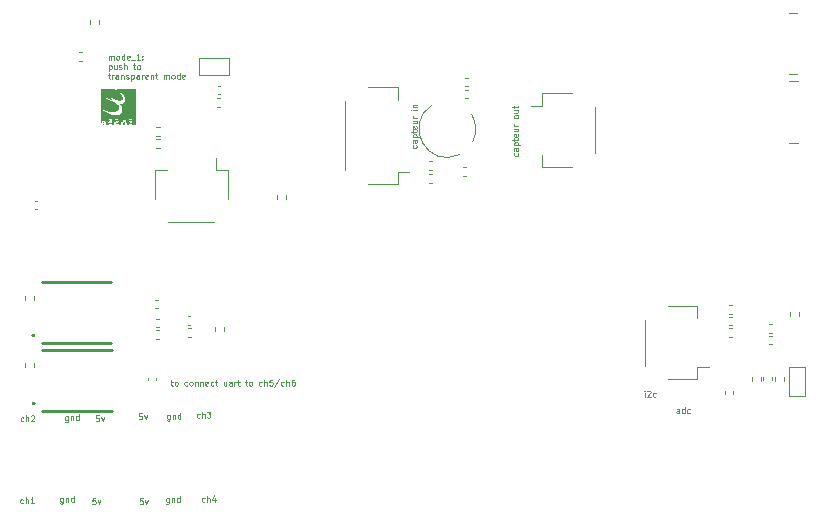
<source format=gbr>
%TF.GenerationSoftware,KiCad,Pcbnew,8.0.5*%
%TF.CreationDate,2024-10-23T07:35:36+02:00*%
%TF.ProjectId,Carte sensors,43617274-6520-4736-956e-736f72732e6b,rev?*%
%TF.SameCoordinates,Original*%
%TF.FileFunction,Legend,Bot*%
%TF.FilePolarity,Positive*%
%FSLAX46Y46*%
G04 Gerber Fmt 4.6, Leading zero omitted, Abs format (unit mm)*
G04 Created by KiCad (PCBNEW 8.0.5) date 2024-10-23 07:35:36*
%MOMM*%
%LPD*%
G01*
G04 APERTURE LIST*
%ADD10C,0.100000*%
%ADD11C,0.120000*%
%ADD12C,0.000000*%
%ADD13C,0.254000*%
G04 APERTURE END LIST*
D10*
X205279122Y-129253609D02*
X205279122Y-128991704D01*
X205279122Y-128991704D02*
X205255312Y-128944085D01*
X205255312Y-128944085D02*
X205207693Y-128920276D01*
X205207693Y-128920276D02*
X205112455Y-128920276D01*
X205112455Y-128920276D02*
X205064836Y-128944085D01*
X205279122Y-129229800D02*
X205231503Y-129253609D01*
X205231503Y-129253609D02*
X205112455Y-129253609D01*
X205112455Y-129253609D02*
X205064836Y-129229800D01*
X205064836Y-129229800D02*
X205041027Y-129182180D01*
X205041027Y-129182180D02*
X205041027Y-129134561D01*
X205041027Y-129134561D02*
X205064836Y-129086942D01*
X205064836Y-129086942D02*
X205112455Y-129063133D01*
X205112455Y-129063133D02*
X205231503Y-129063133D01*
X205231503Y-129063133D02*
X205279122Y-129039323D01*
X205731503Y-129253609D02*
X205731503Y-128753609D01*
X205731503Y-129229800D02*
X205683884Y-129253609D01*
X205683884Y-129253609D02*
X205588646Y-129253609D01*
X205588646Y-129253609D02*
X205541027Y-129229800D01*
X205541027Y-129229800D02*
X205517217Y-129205990D01*
X205517217Y-129205990D02*
X205493408Y-129158371D01*
X205493408Y-129158371D02*
X205493408Y-129015514D01*
X205493408Y-129015514D02*
X205517217Y-128967895D01*
X205517217Y-128967895D02*
X205541027Y-128944085D01*
X205541027Y-128944085D02*
X205588646Y-128920276D01*
X205588646Y-128920276D02*
X205683884Y-128920276D01*
X205683884Y-128920276D02*
X205731503Y-128944085D01*
X206183884Y-129229800D02*
X206136265Y-129253609D01*
X206136265Y-129253609D02*
X206041027Y-129253609D01*
X206041027Y-129253609D02*
X205993408Y-129229800D01*
X205993408Y-129229800D02*
X205969598Y-129205990D01*
X205969598Y-129205990D02*
X205945789Y-129158371D01*
X205945789Y-129158371D02*
X205945789Y-129015514D01*
X205945789Y-129015514D02*
X205969598Y-128967895D01*
X205969598Y-128967895D02*
X205993408Y-128944085D01*
X205993408Y-128944085D02*
X206041027Y-128920276D01*
X206041027Y-128920276D02*
X206136265Y-128920276D01*
X206136265Y-128920276D02*
X206183884Y-128944085D01*
X156162931Y-129433609D02*
X155924836Y-129433609D01*
X155924836Y-129433609D02*
X155901027Y-129671704D01*
X155901027Y-129671704D02*
X155924836Y-129647895D01*
X155924836Y-129647895D02*
X155972455Y-129624085D01*
X155972455Y-129624085D02*
X156091503Y-129624085D01*
X156091503Y-129624085D02*
X156139122Y-129647895D01*
X156139122Y-129647895D02*
X156162931Y-129671704D01*
X156162931Y-129671704D02*
X156186741Y-129719323D01*
X156186741Y-129719323D02*
X156186741Y-129838371D01*
X156186741Y-129838371D02*
X156162931Y-129885990D01*
X156162931Y-129885990D02*
X156139122Y-129909800D01*
X156139122Y-129909800D02*
X156091503Y-129933609D01*
X156091503Y-129933609D02*
X155972455Y-129933609D01*
X155972455Y-129933609D02*
X155924836Y-129909800D01*
X155924836Y-129909800D02*
X155901027Y-129885990D01*
X156353407Y-129600276D02*
X156472455Y-129933609D01*
X156472455Y-129933609D02*
X156591502Y-129600276D01*
X162213408Y-126580276D02*
X162403884Y-126580276D01*
X162284836Y-126413609D02*
X162284836Y-126842180D01*
X162284836Y-126842180D02*
X162308646Y-126889800D01*
X162308646Y-126889800D02*
X162356265Y-126913609D01*
X162356265Y-126913609D02*
X162403884Y-126913609D01*
X162641979Y-126913609D02*
X162594360Y-126889800D01*
X162594360Y-126889800D02*
X162570550Y-126865990D01*
X162570550Y-126865990D02*
X162546741Y-126818371D01*
X162546741Y-126818371D02*
X162546741Y-126675514D01*
X162546741Y-126675514D02*
X162570550Y-126627895D01*
X162570550Y-126627895D02*
X162594360Y-126604085D01*
X162594360Y-126604085D02*
X162641979Y-126580276D01*
X162641979Y-126580276D02*
X162713407Y-126580276D01*
X162713407Y-126580276D02*
X162761026Y-126604085D01*
X162761026Y-126604085D02*
X162784836Y-126627895D01*
X162784836Y-126627895D02*
X162808645Y-126675514D01*
X162808645Y-126675514D02*
X162808645Y-126818371D01*
X162808645Y-126818371D02*
X162784836Y-126865990D01*
X162784836Y-126865990D02*
X162761026Y-126889800D01*
X162761026Y-126889800D02*
X162713407Y-126913609D01*
X162713407Y-126913609D02*
X162641979Y-126913609D01*
X163618169Y-126889800D02*
X163570550Y-126913609D01*
X163570550Y-126913609D02*
X163475312Y-126913609D01*
X163475312Y-126913609D02*
X163427693Y-126889800D01*
X163427693Y-126889800D02*
X163403883Y-126865990D01*
X163403883Y-126865990D02*
X163380074Y-126818371D01*
X163380074Y-126818371D02*
X163380074Y-126675514D01*
X163380074Y-126675514D02*
X163403883Y-126627895D01*
X163403883Y-126627895D02*
X163427693Y-126604085D01*
X163427693Y-126604085D02*
X163475312Y-126580276D01*
X163475312Y-126580276D02*
X163570550Y-126580276D01*
X163570550Y-126580276D02*
X163618169Y-126604085D01*
X163903883Y-126913609D02*
X163856264Y-126889800D01*
X163856264Y-126889800D02*
X163832454Y-126865990D01*
X163832454Y-126865990D02*
X163808645Y-126818371D01*
X163808645Y-126818371D02*
X163808645Y-126675514D01*
X163808645Y-126675514D02*
X163832454Y-126627895D01*
X163832454Y-126627895D02*
X163856264Y-126604085D01*
X163856264Y-126604085D02*
X163903883Y-126580276D01*
X163903883Y-126580276D02*
X163975311Y-126580276D01*
X163975311Y-126580276D02*
X164022930Y-126604085D01*
X164022930Y-126604085D02*
X164046740Y-126627895D01*
X164046740Y-126627895D02*
X164070549Y-126675514D01*
X164070549Y-126675514D02*
X164070549Y-126818371D01*
X164070549Y-126818371D02*
X164046740Y-126865990D01*
X164046740Y-126865990D02*
X164022930Y-126889800D01*
X164022930Y-126889800D02*
X163975311Y-126913609D01*
X163975311Y-126913609D02*
X163903883Y-126913609D01*
X164284835Y-126580276D02*
X164284835Y-126913609D01*
X164284835Y-126627895D02*
X164308645Y-126604085D01*
X164308645Y-126604085D02*
X164356264Y-126580276D01*
X164356264Y-126580276D02*
X164427692Y-126580276D01*
X164427692Y-126580276D02*
X164475311Y-126604085D01*
X164475311Y-126604085D02*
X164499121Y-126651704D01*
X164499121Y-126651704D02*
X164499121Y-126913609D01*
X164737216Y-126580276D02*
X164737216Y-126913609D01*
X164737216Y-126627895D02*
X164761026Y-126604085D01*
X164761026Y-126604085D02*
X164808645Y-126580276D01*
X164808645Y-126580276D02*
X164880073Y-126580276D01*
X164880073Y-126580276D02*
X164927692Y-126604085D01*
X164927692Y-126604085D02*
X164951502Y-126651704D01*
X164951502Y-126651704D02*
X164951502Y-126913609D01*
X165380073Y-126889800D02*
X165332454Y-126913609D01*
X165332454Y-126913609D02*
X165237216Y-126913609D01*
X165237216Y-126913609D02*
X165189597Y-126889800D01*
X165189597Y-126889800D02*
X165165788Y-126842180D01*
X165165788Y-126842180D02*
X165165788Y-126651704D01*
X165165788Y-126651704D02*
X165189597Y-126604085D01*
X165189597Y-126604085D02*
X165237216Y-126580276D01*
X165237216Y-126580276D02*
X165332454Y-126580276D01*
X165332454Y-126580276D02*
X165380073Y-126604085D01*
X165380073Y-126604085D02*
X165403883Y-126651704D01*
X165403883Y-126651704D02*
X165403883Y-126699323D01*
X165403883Y-126699323D02*
X165165788Y-126746942D01*
X165832454Y-126889800D02*
X165784835Y-126913609D01*
X165784835Y-126913609D02*
X165689597Y-126913609D01*
X165689597Y-126913609D02*
X165641978Y-126889800D01*
X165641978Y-126889800D02*
X165618168Y-126865990D01*
X165618168Y-126865990D02*
X165594359Y-126818371D01*
X165594359Y-126818371D02*
X165594359Y-126675514D01*
X165594359Y-126675514D02*
X165618168Y-126627895D01*
X165618168Y-126627895D02*
X165641978Y-126604085D01*
X165641978Y-126604085D02*
X165689597Y-126580276D01*
X165689597Y-126580276D02*
X165784835Y-126580276D01*
X165784835Y-126580276D02*
X165832454Y-126604085D01*
X165975311Y-126580276D02*
X166165787Y-126580276D01*
X166046739Y-126413609D02*
X166046739Y-126842180D01*
X166046739Y-126842180D02*
X166070549Y-126889800D01*
X166070549Y-126889800D02*
X166118168Y-126913609D01*
X166118168Y-126913609D02*
X166165787Y-126913609D01*
X166927691Y-126580276D02*
X166927691Y-126913609D01*
X166713405Y-126580276D02*
X166713405Y-126842180D01*
X166713405Y-126842180D02*
X166737215Y-126889800D01*
X166737215Y-126889800D02*
X166784834Y-126913609D01*
X166784834Y-126913609D02*
X166856262Y-126913609D01*
X166856262Y-126913609D02*
X166903881Y-126889800D01*
X166903881Y-126889800D02*
X166927691Y-126865990D01*
X167380072Y-126913609D02*
X167380072Y-126651704D01*
X167380072Y-126651704D02*
X167356262Y-126604085D01*
X167356262Y-126604085D02*
X167308643Y-126580276D01*
X167308643Y-126580276D02*
X167213405Y-126580276D01*
X167213405Y-126580276D02*
X167165786Y-126604085D01*
X167380072Y-126889800D02*
X167332453Y-126913609D01*
X167332453Y-126913609D02*
X167213405Y-126913609D01*
X167213405Y-126913609D02*
X167165786Y-126889800D01*
X167165786Y-126889800D02*
X167141977Y-126842180D01*
X167141977Y-126842180D02*
X167141977Y-126794561D01*
X167141977Y-126794561D02*
X167165786Y-126746942D01*
X167165786Y-126746942D02*
X167213405Y-126723133D01*
X167213405Y-126723133D02*
X167332453Y-126723133D01*
X167332453Y-126723133D02*
X167380072Y-126699323D01*
X167618167Y-126913609D02*
X167618167Y-126580276D01*
X167618167Y-126675514D02*
X167641977Y-126627895D01*
X167641977Y-126627895D02*
X167665786Y-126604085D01*
X167665786Y-126604085D02*
X167713405Y-126580276D01*
X167713405Y-126580276D02*
X167761024Y-126580276D01*
X167856263Y-126580276D02*
X168046739Y-126580276D01*
X167927691Y-126413609D02*
X167927691Y-126842180D01*
X167927691Y-126842180D02*
X167951501Y-126889800D01*
X167951501Y-126889800D02*
X167999120Y-126913609D01*
X167999120Y-126913609D02*
X168046739Y-126913609D01*
X168522929Y-126580276D02*
X168713405Y-126580276D01*
X168594357Y-126413609D02*
X168594357Y-126842180D01*
X168594357Y-126842180D02*
X168618167Y-126889800D01*
X168618167Y-126889800D02*
X168665786Y-126913609D01*
X168665786Y-126913609D02*
X168713405Y-126913609D01*
X168951500Y-126913609D02*
X168903881Y-126889800D01*
X168903881Y-126889800D02*
X168880071Y-126865990D01*
X168880071Y-126865990D02*
X168856262Y-126818371D01*
X168856262Y-126818371D02*
X168856262Y-126675514D01*
X168856262Y-126675514D02*
X168880071Y-126627895D01*
X168880071Y-126627895D02*
X168903881Y-126604085D01*
X168903881Y-126604085D02*
X168951500Y-126580276D01*
X168951500Y-126580276D02*
X169022928Y-126580276D01*
X169022928Y-126580276D02*
X169070547Y-126604085D01*
X169070547Y-126604085D02*
X169094357Y-126627895D01*
X169094357Y-126627895D02*
X169118166Y-126675514D01*
X169118166Y-126675514D02*
X169118166Y-126818371D01*
X169118166Y-126818371D02*
X169094357Y-126865990D01*
X169094357Y-126865990D02*
X169070547Y-126889800D01*
X169070547Y-126889800D02*
X169022928Y-126913609D01*
X169022928Y-126913609D02*
X168951500Y-126913609D01*
X169927690Y-126889800D02*
X169880071Y-126913609D01*
X169880071Y-126913609D02*
X169784833Y-126913609D01*
X169784833Y-126913609D02*
X169737214Y-126889800D01*
X169737214Y-126889800D02*
X169713404Y-126865990D01*
X169713404Y-126865990D02*
X169689595Y-126818371D01*
X169689595Y-126818371D02*
X169689595Y-126675514D01*
X169689595Y-126675514D02*
X169713404Y-126627895D01*
X169713404Y-126627895D02*
X169737214Y-126604085D01*
X169737214Y-126604085D02*
X169784833Y-126580276D01*
X169784833Y-126580276D02*
X169880071Y-126580276D01*
X169880071Y-126580276D02*
X169927690Y-126604085D01*
X170141975Y-126913609D02*
X170141975Y-126413609D01*
X170356261Y-126913609D02*
X170356261Y-126651704D01*
X170356261Y-126651704D02*
X170332451Y-126604085D01*
X170332451Y-126604085D02*
X170284832Y-126580276D01*
X170284832Y-126580276D02*
X170213404Y-126580276D01*
X170213404Y-126580276D02*
X170165785Y-126604085D01*
X170165785Y-126604085D02*
X170141975Y-126627895D01*
X170832451Y-126413609D02*
X170594356Y-126413609D01*
X170594356Y-126413609D02*
X170570547Y-126651704D01*
X170570547Y-126651704D02*
X170594356Y-126627895D01*
X170594356Y-126627895D02*
X170641975Y-126604085D01*
X170641975Y-126604085D02*
X170761023Y-126604085D01*
X170761023Y-126604085D02*
X170808642Y-126627895D01*
X170808642Y-126627895D02*
X170832451Y-126651704D01*
X170832451Y-126651704D02*
X170856261Y-126699323D01*
X170856261Y-126699323D02*
X170856261Y-126818371D01*
X170856261Y-126818371D02*
X170832451Y-126865990D01*
X170832451Y-126865990D02*
X170808642Y-126889800D01*
X170808642Y-126889800D02*
X170761023Y-126913609D01*
X170761023Y-126913609D02*
X170641975Y-126913609D01*
X170641975Y-126913609D02*
X170594356Y-126889800D01*
X170594356Y-126889800D02*
X170570547Y-126865990D01*
X171427689Y-126389800D02*
X170999118Y-127032657D01*
X171808642Y-126889800D02*
X171761023Y-126913609D01*
X171761023Y-126913609D02*
X171665785Y-126913609D01*
X171665785Y-126913609D02*
X171618166Y-126889800D01*
X171618166Y-126889800D02*
X171594356Y-126865990D01*
X171594356Y-126865990D02*
X171570547Y-126818371D01*
X171570547Y-126818371D02*
X171570547Y-126675514D01*
X171570547Y-126675514D02*
X171594356Y-126627895D01*
X171594356Y-126627895D02*
X171618166Y-126604085D01*
X171618166Y-126604085D02*
X171665785Y-126580276D01*
X171665785Y-126580276D02*
X171761023Y-126580276D01*
X171761023Y-126580276D02*
X171808642Y-126604085D01*
X172022927Y-126913609D02*
X172022927Y-126413609D01*
X172237213Y-126913609D02*
X172237213Y-126651704D01*
X172237213Y-126651704D02*
X172213403Y-126604085D01*
X172213403Y-126604085D02*
X172165784Y-126580276D01*
X172165784Y-126580276D02*
X172094356Y-126580276D01*
X172094356Y-126580276D02*
X172046737Y-126604085D01*
X172046737Y-126604085D02*
X172022927Y-126627895D01*
X172689594Y-126413609D02*
X172594356Y-126413609D01*
X172594356Y-126413609D02*
X172546737Y-126437419D01*
X172546737Y-126437419D02*
X172522927Y-126461228D01*
X172522927Y-126461228D02*
X172475308Y-126532657D01*
X172475308Y-126532657D02*
X172451499Y-126627895D01*
X172451499Y-126627895D02*
X172451499Y-126818371D01*
X172451499Y-126818371D02*
X172475308Y-126865990D01*
X172475308Y-126865990D02*
X172499118Y-126889800D01*
X172499118Y-126889800D02*
X172546737Y-126913609D01*
X172546737Y-126913609D02*
X172641975Y-126913609D01*
X172641975Y-126913609D02*
X172689594Y-126889800D01*
X172689594Y-126889800D02*
X172713403Y-126865990D01*
X172713403Y-126865990D02*
X172737213Y-126818371D01*
X172737213Y-126818371D02*
X172737213Y-126699323D01*
X172737213Y-126699323D02*
X172713403Y-126651704D01*
X172713403Y-126651704D02*
X172689594Y-126627895D01*
X172689594Y-126627895D02*
X172641975Y-126604085D01*
X172641975Y-126604085D02*
X172546737Y-126604085D01*
X172546737Y-126604085D02*
X172499118Y-126627895D01*
X172499118Y-126627895D02*
X172475308Y-126651704D01*
X172475308Y-126651704D02*
X172451499Y-126699323D01*
X149749122Y-129909800D02*
X149701503Y-129933609D01*
X149701503Y-129933609D02*
X149606265Y-129933609D01*
X149606265Y-129933609D02*
X149558646Y-129909800D01*
X149558646Y-129909800D02*
X149534836Y-129885990D01*
X149534836Y-129885990D02*
X149511027Y-129838371D01*
X149511027Y-129838371D02*
X149511027Y-129695514D01*
X149511027Y-129695514D02*
X149534836Y-129647895D01*
X149534836Y-129647895D02*
X149558646Y-129624085D01*
X149558646Y-129624085D02*
X149606265Y-129600276D01*
X149606265Y-129600276D02*
X149701503Y-129600276D01*
X149701503Y-129600276D02*
X149749122Y-129624085D01*
X149963407Y-129933609D02*
X149963407Y-129433609D01*
X150177693Y-129933609D02*
X150177693Y-129671704D01*
X150177693Y-129671704D02*
X150153883Y-129624085D01*
X150153883Y-129624085D02*
X150106264Y-129600276D01*
X150106264Y-129600276D02*
X150034836Y-129600276D01*
X150034836Y-129600276D02*
X149987217Y-129624085D01*
X149987217Y-129624085D02*
X149963407Y-129647895D01*
X150391979Y-129481228D02*
X150415788Y-129457419D01*
X150415788Y-129457419D02*
X150463407Y-129433609D01*
X150463407Y-129433609D02*
X150582455Y-129433609D01*
X150582455Y-129433609D02*
X150630074Y-129457419D01*
X150630074Y-129457419D02*
X150653883Y-129481228D01*
X150653883Y-129481228D02*
X150677693Y-129528847D01*
X150677693Y-129528847D02*
X150677693Y-129576466D01*
X150677693Y-129576466D02*
X150653883Y-129647895D01*
X150653883Y-129647895D02*
X150368169Y-129933609D01*
X150368169Y-129933609D02*
X150677693Y-129933609D01*
X164659122Y-129599800D02*
X164611503Y-129623609D01*
X164611503Y-129623609D02*
X164516265Y-129623609D01*
X164516265Y-129623609D02*
X164468646Y-129599800D01*
X164468646Y-129599800D02*
X164444836Y-129575990D01*
X164444836Y-129575990D02*
X164421027Y-129528371D01*
X164421027Y-129528371D02*
X164421027Y-129385514D01*
X164421027Y-129385514D02*
X164444836Y-129337895D01*
X164444836Y-129337895D02*
X164468646Y-129314085D01*
X164468646Y-129314085D02*
X164516265Y-129290276D01*
X164516265Y-129290276D02*
X164611503Y-129290276D01*
X164611503Y-129290276D02*
X164659122Y-129314085D01*
X164873407Y-129623609D02*
X164873407Y-129123609D01*
X165087693Y-129623609D02*
X165087693Y-129361704D01*
X165087693Y-129361704D02*
X165063883Y-129314085D01*
X165063883Y-129314085D02*
X165016264Y-129290276D01*
X165016264Y-129290276D02*
X164944836Y-129290276D01*
X164944836Y-129290276D02*
X164897217Y-129314085D01*
X164897217Y-129314085D02*
X164873407Y-129337895D01*
X165278169Y-129123609D02*
X165587693Y-129123609D01*
X165587693Y-129123609D02*
X165421026Y-129314085D01*
X165421026Y-129314085D02*
X165492455Y-129314085D01*
X165492455Y-129314085D02*
X165540074Y-129337895D01*
X165540074Y-129337895D02*
X165563883Y-129361704D01*
X165563883Y-129361704D02*
X165587693Y-129409323D01*
X165587693Y-129409323D02*
X165587693Y-129528371D01*
X165587693Y-129528371D02*
X165563883Y-129575990D01*
X165563883Y-129575990D02*
X165540074Y-129599800D01*
X165540074Y-129599800D02*
X165492455Y-129623609D01*
X165492455Y-129623609D02*
X165349598Y-129623609D01*
X165349598Y-129623609D02*
X165301979Y-129599800D01*
X165301979Y-129599800D02*
X165278169Y-129575990D01*
X183029800Y-106560877D02*
X183053609Y-106608496D01*
X183053609Y-106608496D02*
X183053609Y-106703734D01*
X183053609Y-106703734D02*
X183029800Y-106751353D01*
X183029800Y-106751353D02*
X183005990Y-106775163D01*
X183005990Y-106775163D02*
X182958371Y-106798972D01*
X182958371Y-106798972D02*
X182815514Y-106798972D01*
X182815514Y-106798972D02*
X182767895Y-106775163D01*
X182767895Y-106775163D02*
X182744085Y-106751353D01*
X182744085Y-106751353D02*
X182720276Y-106703734D01*
X182720276Y-106703734D02*
X182720276Y-106608496D01*
X182720276Y-106608496D02*
X182744085Y-106560877D01*
X183053609Y-106132306D02*
X182791704Y-106132306D01*
X182791704Y-106132306D02*
X182744085Y-106156116D01*
X182744085Y-106156116D02*
X182720276Y-106203735D01*
X182720276Y-106203735D02*
X182720276Y-106298973D01*
X182720276Y-106298973D02*
X182744085Y-106346592D01*
X183029800Y-106132306D02*
X183053609Y-106179925D01*
X183053609Y-106179925D02*
X183053609Y-106298973D01*
X183053609Y-106298973D02*
X183029800Y-106346592D01*
X183029800Y-106346592D02*
X182982180Y-106370401D01*
X182982180Y-106370401D02*
X182934561Y-106370401D01*
X182934561Y-106370401D02*
X182886942Y-106346592D01*
X182886942Y-106346592D02*
X182863133Y-106298973D01*
X182863133Y-106298973D02*
X182863133Y-106179925D01*
X182863133Y-106179925D02*
X182839323Y-106132306D01*
X182720276Y-105894211D02*
X183220276Y-105894211D01*
X182744085Y-105894211D02*
X182720276Y-105846592D01*
X182720276Y-105846592D02*
X182720276Y-105751354D01*
X182720276Y-105751354D02*
X182744085Y-105703735D01*
X182744085Y-105703735D02*
X182767895Y-105679925D01*
X182767895Y-105679925D02*
X182815514Y-105656116D01*
X182815514Y-105656116D02*
X182958371Y-105656116D01*
X182958371Y-105656116D02*
X183005990Y-105679925D01*
X183005990Y-105679925D02*
X183029800Y-105703735D01*
X183029800Y-105703735D02*
X183053609Y-105751354D01*
X183053609Y-105751354D02*
X183053609Y-105846592D01*
X183053609Y-105846592D02*
X183029800Y-105894211D01*
X182720276Y-105513258D02*
X182720276Y-105322782D01*
X182553609Y-105441830D02*
X182982180Y-105441830D01*
X182982180Y-105441830D02*
X183029800Y-105418020D01*
X183029800Y-105418020D02*
X183053609Y-105370401D01*
X183053609Y-105370401D02*
X183053609Y-105322782D01*
X183029800Y-104965640D02*
X183053609Y-105013259D01*
X183053609Y-105013259D02*
X183053609Y-105108497D01*
X183053609Y-105108497D02*
X183029800Y-105156116D01*
X183029800Y-105156116D02*
X182982180Y-105179925D01*
X182982180Y-105179925D02*
X182791704Y-105179925D01*
X182791704Y-105179925D02*
X182744085Y-105156116D01*
X182744085Y-105156116D02*
X182720276Y-105108497D01*
X182720276Y-105108497D02*
X182720276Y-105013259D01*
X182720276Y-105013259D02*
X182744085Y-104965640D01*
X182744085Y-104965640D02*
X182791704Y-104941830D01*
X182791704Y-104941830D02*
X182839323Y-104941830D01*
X182839323Y-104941830D02*
X182886942Y-105179925D01*
X182720276Y-104513259D02*
X183053609Y-104513259D01*
X182720276Y-104727545D02*
X182982180Y-104727545D01*
X182982180Y-104727545D02*
X183029800Y-104703735D01*
X183029800Y-104703735D02*
X183053609Y-104656116D01*
X183053609Y-104656116D02*
X183053609Y-104584688D01*
X183053609Y-104584688D02*
X183029800Y-104537069D01*
X183029800Y-104537069D02*
X183005990Y-104513259D01*
X183053609Y-104275164D02*
X182720276Y-104275164D01*
X182815514Y-104275164D02*
X182767895Y-104251354D01*
X182767895Y-104251354D02*
X182744085Y-104227545D01*
X182744085Y-104227545D02*
X182720276Y-104179926D01*
X182720276Y-104179926D02*
X182720276Y-104132307D01*
X183053609Y-103584688D02*
X182720276Y-103584688D01*
X182553609Y-103584688D02*
X182577419Y-103608497D01*
X182577419Y-103608497D02*
X182601228Y-103584688D01*
X182601228Y-103584688D02*
X182577419Y-103560878D01*
X182577419Y-103560878D02*
X182553609Y-103584688D01*
X182553609Y-103584688D02*
X182601228Y-103584688D01*
X182720276Y-103346593D02*
X183053609Y-103346593D01*
X182767895Y-103346593D02*
X182744085Y-103322783D01*
X182744085Y-103322783D02*
X182720276Y-103275164D01*
X182720276Y-103275164D02*
X182720276Y-103203736D01*
X182720276Y-103203736D02*
X182744085Y-103156117D01*
X182744085Y-103156117D02*
X182791704Y-103132307D01*
X182791704Y-103132307D02*
X183053609Y-103132307D01*
X153509122Y-129510276D02*
X153509122Y-129915038D01*
X153509122Y-129915038D02*
X153485312Y-129962657D01*
X153485312Y-129962657D02*
X153461503Y-129986466D01*
X153461503Y-129986466D02*
X153413884Y-130010276D01*
X153413884Y-130010276D02*
X153342455Y-130010276D01*
X153342455Y-130010276D02*
X153294836Y-129986466D01*
X153509122Y-129819800D02*
X153461503Y-129843609D01*
X153461503Y-129843609D02*
X153366265Y-129843609D01*
X153366265Y-129843609D02*
X153318646Y-129819800D01*
X153318646Y-129819800D02*
X153294836Y-129795990D01*
X153294836Y-129795990D02*
X153271027Y-129748371D01*
X153271027Y-129748371D02*
X153271027Y-129605514D01*
X153271027Y-129605514D02*
X153294836Y-129557895D01*
X153294836Y-129557895D02*
X153318646Y-129534085D01*
X153318646Y-129534085D02*
X153366265Y-129510276D01*
X153366265Y-129510276D02*
X153461503Y-129510276D01*
X153461503Y-129510276D02*
X153509122Y-129534085D01*
X153747217Y-129510276D02*
X153747217Y-129843609D01*
X153747217Y-129557895D02*
X153771027Y-129534085D01*
X153771027Y-129534085D02*
X153818646Y-129510276D01*
X153818646Y-129510276D02*
X153890074Y-129510276D01*
X153890074Y-129510276D02*
X153937693Y-129534085D01*
X153937693Y-129534085D02*
X153961503Y-129581704D01*
X153961503Y-129581704D02*
X153961503Y-129843609D01*
X154413884Y-129843609D02*
X154413884Y-129343609D01*
X154413884Y-129819800D02*
X154366265Y-129843609D01*
X154366265Y-129843609D02*
X154271027Y-129843609D01*
X154271027Y-129843609D02*
X154223408Y-129819800D01*
X154223408Y-129819800D02*
X154199598Y-129795990D01*
X154199598Y-129795990D02*
X154175789Y-129748371D01*
X154175789Y-129748371D02*
X154175789Y-129605514D01*
X154175789Y-129605514D02*
X154199598Y-129557895D01*
X154199598Y-129557895D02*
X154223408Y-129534085D01*
X154223408Y-129534085D02*
X154271027Y-129510276D01*
X154271027Y-129510276D02*
X154366265Y-129510276D01*
X154366265Y-129510276D02*
X154413884Y-129534085D01*
X165099122Y-136719800D02*
X165051503Y-136743609D01*
X165051503Y-136743609D02*
X164956265Y-136743609D01*
X164956265Y-136743609D02*
X164908646Y-136719800D01*
X164908646Y-136719800D02*
X164884836Y-136695990D01*
X164884836Y-136695990D02*
X164861027Y-136648371D01*
X164861027Y-136648371D02*
X164861027Y-136505514D01*
X164861027Y-136505514D02*
X164884836Y-136457895D01*
X164884836Y-136457895D02*
X164908646Y-136434085D01*
X164908646Y-136434085D02*
X164956265Y-136410276D01*
X164956265Y-136410276D02*
X165051503Y-136410276D01*
X165051503Y-136410276D02*
X165099122Y-136434085D01*
X165313407Y-136743609D02*
X165313407Y-136243609D01*
X165527693Y-136743609D02*
X165527693Y-136481704D01*
X165527693Y-136481704D02*
X165503883Y-136434085D01*
X165503883Y-136434085D02*
X165456264Y-136410276D01*
X165456264Y-136410276D02*
X165384836Y-136410276D01*
X165384836Y-136410276D02*
X165337217Y-136434085D01*
X165337217Y-136434085D02*
X165313407Y-136457895D01*
X165980074Y-136410276D02*
X165980074Y-136743609D01*
X165861026Y-136219800D02*
X165741979Y-136576942D01*
X165741979Y-136576942D02*
X166051502Y-136576942D01*
X162139122Y-129380276D02*
X162139122Y-129785038D01*
X162139122Y-129785038D02*
X162115312Y-129832657D01*
X162115312Y-129832657D02*
X162091503Y-129856466D01*
X162091503Y-129856466D02*
X162043884Y-129880276D01*
X162043884Y-129880276D02*
X161972455Y-129880276D01*
X161972455Y-129880276D02*
X161924836Y-129856466D01*
X162139122Y-129689800D02*
X162091503Y-129713609D01*
X162091503Y-129713609D02*
X161996265Y-129713609D01*
X161996265Y-129713609D02*
X161948646Y-129689800D01*
X161948646Y-129689800D02*
X161924836Y-129665990D01*
X161924836Y-129665990D02*
X161901027Y-129618371D01*
X161901027Y-129618371D02*
X161901027Y-129475514D01*
X161901027Y-129475514D02*
X161924836Y-129427895D01*
X161924836Y-129427895D02*
X161948646Y-129404085D01*
X161948646Y-129404085D02*
X161996265Y-129380276D01*
X161996265Y-129380276D02*
X162091503Y-129380276D01*
X162091503Y-129380276D02*
X162139122Y-129404085D01*
X162377217Y-129380276D02*
X162377217Y-129713609D01*
X162377217Y-129427895D02*
X162401027Y-129404085D01*
X162401027Y-129404085D02*
X162448646Y-129380276D01*
X162448646Y-129380276D02*
X162520074Y-129380276D01*
X162520074Y-129380276D02*
X162567693Y-129404085D01*
X162567693Y-129404085D02*
X162591503Y-129451704D01*
X162591503Y-129451704D02*
X162591503Y-129713609D01*
X163043884Y-129713609D02*
X163043884Y-129213609D01*
X163043884Y-129689800D02*
X162996265Y-129713609D01*
X162996265Y-129713609D02*
X162901027Y-129713609D01*
X162901027Y-129713609D02*
X162853408Y-129689800D01*
X162853408Y-129689800D02*
X162829598Y-129665990D01*
X162829598Y-129665990D02*
X162805789Y-129618371D01*
X162805789Y-129618371D02*
X162805789Y-129475514D01*
X162805789Y-129475514D02*
X162829598Y-129427895D01*
X162829598Y-129427895D02*
X162853408Y-129404085D01*
X162853408Y-129404085D02*
X162901027Y-129380276D01*
X162901027Y-129380276D02*
X162996265Y-129380276D01*
X162996265Y-129380276D02*
X163043884Y-129404085D01*
X159802931Y-129273609D02*
X159564836Y-129273609D01*
X159564836Y-129273609D02*
X159541027Y-129511704D01*
X159541027Y-129511704D02*
X159564836Y-129487895D01*
X159564836Y-129487895D02*
X159612455Y-129464085D01*
X159612455Y-129464085D02*
X159731503Y-129464085D01*
X159731503Y-129464085D02*
X159779122Y-129487895D01*
X159779122Y-129487895D02*
X159802931Y-129511704D01*
X159802931Y-129511704D02*
X159826741Y-129559323D01*
X159826741Y-129559323D02*
X159826741Y-129678371D01*
X159826741Y-129678371D02*
X159802931Y-129725990D01*
X159802931Y-129725990D02*
X159779122Y-129749800D01*
X159779122Y-129749800D02*
X159731503Y-129773609D01*
X159731503Y-129773609D02*
X159612455Y-129773609D01*
X159612455Y-129773609D02*
X159564836Y-129749800D01*
X159564836Y-129749800D02*
X159541027Y-129725990D01*
X159993407Y-129440276D02*
X160112455Y-129773609D01*
X160112455Y-129773609D02*
X160231502Y-129440276D01*
X159852931Y-136453609D02*
X159614836Y-136453609D01*
X159614836Y-136453609D02*
X159591027Y-136691704D01*
X159591027Y-136691704D02*
X159614836Y-136667895D01*
X159614836Y-136667895D02*
X159662455Y-136644085D01*
X159662455Y-136644085D02*
X159781503Y-136644085D01*
X159781503Y-136644085D02*
X159829122Y-136667895D01*
X159829122Y-136667895D02*
X159852931Y-136691704D01*
X159852931Y-136691704D02*
X159876741Y-136739323D01*
X159876741Y-136739323D02*
X159876741Y-136858371D01*
X159876741Y-136858371D02*
X159852931Y-136905990D01*
X159852931Y-136905990D02*
X159829122Y-136929800D01*
X159829122Y-136929800D02*
X159781503Y-136953609D01*
X159781503Y-136953609D02*
X159662455Y-136953609D01*
X159662455Y-136953609D02*
X159614836Y-136929800D01*
X159614836Y-136929800D02*
X159591027Y-136905990D01*
X160043407Y-136620276D02*
X160162455Y-136953609D01*
X160162455Y-136953609D02*
X160281502Y-136620276D01*
X191609800Y-107230877D02*
X191633609Y-107278496D01*
X191633609Y-107278496D02*
X191633609Y-107373734D01*
X191633609Y-107373734D02*
X191609800Y-107421353D01*
X191609800Y-107421353D02*
X191585990Y-107445163D01*
X191585990Y-107445163D02*
X191538371Y-107468972D01*
X191538371Y-107468972D02*
X191395514Y-107468972D01*
X191395514Y-107468972D02*
X191347895Y-107445163D01*
X191347895Y-107445163D02*
X191324085Y-107421353D01*
X191324085Y-107421353D02*
X191300276Y-107373734D01*
X191300276Y-107373734D02*
X191300276Y-107278496D01*
X191300276Y-107278496D02*
X191324085Y-107230877D01*
X191633609Y-106802306D02*
X191371704Y-106802306D01*
X191371704Y-106802306D02*
X191324085Y-106826116D01*
X191324085Y-106826116D02*
X191300276Y-106873735D01*
X191300276Y-106873735D02*
X191300276Y-106968973D01*
X191300276Y-106968973D02*
X191324085Y-107016592D01*
X191609800Y-106802306D02*
X191633609Y-106849925D01*
X191633609Y-106849925D02*
X191633609Y-106968973D01*
X191633609Y-106968973D02*
X191609800Y-107016592D01*
X191609800Y-107016592D02*
X191562180Y-107040401D01*
X191562180Y-107040401D02*
X191514561Y-107040401D01*
X191514561Y-107040401D02*
X191466942Y-107016592D01*
X191466942Y-107016592D02*
X191443133Y-106968973D01*
X191443133Y-106968973D02*
X191443133Y-106849925D01*
X191443133Y-106849925D02*
X191419323Y-106802306D01*
X191300276Y-106564211D02*
X191800276Y-106564211D01*
X191324085Y-106564211D02*
X191300276Y-106516592D01*
X191300276Y-106516592D02*
X191300276Y-106421354D01*
X191300276Y-106421354D02*
X191324085Y-106373735D01*
X191324085Y-106373735D02*
X191347895Y-106349925D01*
X191347895Y-106349925D02*
X191395514Y-106326116D01*
X191395514Y-106326116D02*
X191538371Y-106326116D01*
X191538371Y-106326116D02*
X191585990Y-106349925D01*
X191585990Y-106349925D02*
X191609800Y-106373735D01*
X191609800Y-106373735D02*
X191633609Y-106421354D01*
X191633609Y-106421354D02*
X191633609Y-106516592D01*
X191633609Y-106516592D02*
X191609800Y-106564211D01*
X191300276Y-106183258D02*
X191300276Y-105992782D01*
X191133609Y-106111830D02*
X191562180Y-106111830D01*
X191562180Y-106111830D02*
X191609800Y-106088020D01*
X191609800Y-106088020D02*
X191633609Y-106040401D01*
X191633609Y-106040401D02*
X191633609Y-105992782D01*
X191609800Y-105635640D02*
X191633609Y-105683259D01*
X191633609Y-105683259D02*
X191633609Y-105778497D01*
X191633609Y-105778497D02*
X191609800Y-105826116D01*
X191609800Y-105826116D02*
X191562180Y-105849925D01*
X191562180Y-105849925D02*
X191371704Y-105849925D01*
X191371704Y-105849925D02*
X191324085Y-105826116D01*
X191324085Y-105826116D02*
X191300276Y-105778497D01*
X191300276Y-105778497D02*
X191300276Y-105683259D01*
X191300276Y-105683259D02*
X191324085Y-105635640D01*
X191324085Y-105635640D02*
X191371704Y-105611830D01*
X191371704Y-105611830D02*
X191419323Y-105611830D01*
X191419323Y-105611830D02*
X191466942Y-105849925D01*
X191300276Y-105183259D02*
X191633609Y-105183259D01*
X191300276Y-105397545D02*
X191562180Y-105397545D01*
X191562180Y-105397545D02*
X191609800Y-105373735D01*
X191609800Y-105373735D02*
X191633609Y-105326116D01*
X191633609Y-105326116D02*
X191633609Y-105254688D01*
X191633609Y-105254688D02*
X191609800Y-105207069D01*
X191609800Y-105207069D02*
X191585990Y-105183259D01*
X191633609Y-104945164D02*
X191300276Y-104945164D01*
X191395514Y-104945164D02*
X191347895Y-104921354D01*
X191347895Y-104921354D02*
X191324085Y-104897545D01*
X191324085Y-104897545D02*
X191300276Y-104849926D01*
X191300276Y-104849926D02*
X191300276Y-104802307D01*
X191633609Y-104183259D02*
X191609800Y-104230878D01*
X191609800Y-104230878D02*
X191585990Y-104254688D01*
X191585990Y-104254688D02*
X191538371Y-104278497D01*
X191538371Y-104278497D02*
X191395514Y-104278497D01*
X191395514Y-104278497D02*
X191347895Y-104254688D01*
X191347895Y-104254688D02*
X191324085Y-104230878D01*
X191324085Y-104230878D02*
X191300276Y-104183259D01*
X191300276Y-104183259D02*
X191300276Y-104111831D01*
X191300276Y-104111831D02*
X191324085Y-104064212D01*
X191324085Y-104064212D02*
X191347895Y-104040402D01*
X191347895Y-104040402D02*
X191395514Y-104016593D01*
X191395514Y-104016593D02*
X191538371Y-104016593D01*
X191538371Y-104016593D02*
X191585990Y-104040402D01*
X191585990Y-104040402D02*
X191609800Y-104064212D01*
X191609800Y-104064212D02*
X191633609Y-104111831D01*
X191633609Y-104111831D02*
X191633609Y-104183259D01*
X191300276Y-103588021D02*
X191633609Y-103588021D01*
X191300276Y-103802307D02*
X191562180Y-103802307D01*
X191562180Y-103802307D02*
X191609800Y-103778497D01*
X191609800Y-103778497D02*
X191633609Y-103730878D01*
X191633609Y-103730878D02*
X191633609Y-103659450D01*
X191633609Y-103659450D02*
X191609800Y-103611831D01*
X191609800Y-103611831D02*
X191585990Y-103588021D01*
X191300276Y-103421354D02*
X191300276Y-103230878D01*
X191133609Y-103349926D02*
X191562180Y-103349926D01*
X191562180Y-103349926D02*
X191609800Y-103326116D01*
X191609800Y-103326116D02*
X191633609Y-103278497D01*
X191633609Y-103278497D02*
X191633609Y-103230878D01*
X156974836Y-99323665D02*
X156974836Y-98990332D01*
X156974836Y-99037951D02*
X156998646Y-99014141D01*
X156998646Y-99014141D02*
X157046265Y-98990332D01*
X157046265Y-98990332D02*
X157117693Y-98990332D01*
X157117693Y-98990332D02*
X157165312Y-99014141D01*
X157165312Y-99014141D02*
X157189122Y-99061760D01*
X157189122Y-99061760D02*
X157189122Y-99323665D01*
X157189122Y-99061760D02*
X157212931Y-99014141D01*
X157212931Y-99014141D02*
X157260550Y-98990332D01*
X157260550Y-98990332D02*
X157331979Y-98990332D01*
X157331979Y-98990332D02*
X157379598Y-99014141D01*
X157379598Y-99014141D02*
X157403408Y-99061760D01*
X157403408Y-99061760D02*
X157403408Y-99323665D01*
X157712932Y-99323665D02*
X157665313Y-99299856D01*
X157665313Y-99299856D02*
X157641503Y-99276046D01*
X157641503Y-99276046D02*
X157617694Y-99228427D01*
X157617694Y-99228427D02*
X157617694Y-99085570D01*
X157617694Y-99085570D02*
X157641503Y-99037951D01*
X157641503Y-99037951D02*
X157665313Y-99014141D01*
X157665313Y-99014141D02*
X157712932Y-98990332D01*
X157712932Y-98990332D02*
X157784360Y-98990332D01*
X157784360Y-98990332D02*
X157831979Y-99014141D01*
X157831979Y-99014141D02*
X157855789Y-99037951D01*
X157855789Y-99037951D02*
X157879598Y-99085570D01*
X157879598Y-99085570D02*
X157879598Y-99228427D01*
X157879598Y-99228427D02*
X157855789Y-99276046D01*
X157855789Y-99276046D02*
X157831979Y-99299856D01*
X157831979Y-99299856D02*
X157784360Y-99323665D01*
X157784360Y-99323665D02*
X157712932Y-99323665D01*
X158308170Y-99323665D02*
X158308170Y-98823665D01*
X158308170Y-99299856D02*
X158260551Y-99323665D01*
X158260551Y-99323665D02*
X158165313Y-99323665D01*
X158165313Y-99323665D02*
X158117694Y-99299856D01*
X158117694Y-99299856D02*
X158093884Y-99276046D01*
X158093884Y-99276046D02*
X158070075Y-99228427D01*
X158070075Y-99228427D02*
X158070075Y-99085570D01*
X158070075Y-99085570D02*
X158093884Y-99037951D01*
X158093884Y-99037951D02*
X158117694Y-99014141D01*
X158117694Y-99014141D02*
X158165313Y-98990332D01*
X158165313Y-98990332D02*
X158260551Y-98990332D01*
X158260551Y-98990332D02*
X158308170Y-99014141D01*
X158736741Y-99299856D02*
X158689122Y-99323665D01*
X158689122Y-99323665D02*
X158593884Y-99323665D01*
X158593884Y-99323665D02*
X158546265Y-99299856D01*
X158546265Y-99299856D02*
X158522456Y-99252236D01*
X158522456Y-99252236D02*
X158522456Y-99061760D01*
X158522456Y-99061760D02*
X158546265Y-99014141D01*
X158546265Y-99014141D02*
X158593884Y-98990332D01*
X158593884Y-98990332D02*
X158689122Y-98990332D01*
X158689122Y-98990332D02*
X158736741Y-99014141D01*
X158736741Y-99014141D02*
X158760551Y-99061760D01*
X158760551Y-99061760D02*
X158760551Y-99109379D01*
X158760551Y-99109379D02*
X158522456Y-99156998D01*
X158855789Y-99371284D02*
X159236741Y-99371284D01*
X159617693Y-99323665D02*
X159331979Y-99323665D01*
X159474836Y-99323665D02*
X159474836Y-98823665D01*
X159474836Y-98823665D02*
X159427217Y-98895094D01*
X159427217Y-98895094D02*
X159379598Y-98942713D01*
X159379598Y-98942713D02*
X159331979Y-98966522D01*
X159831978Y-99276046D02*
X159855788Y-99299856D01*
X159855788Y-99299856D02*
X159831978Y-99323665D01*
X159831978Y-99323665D02*
X159808169Y-99299856D01*
X159808169Y-99299856D02*
X159831978Y-99276046D01*
X159831978Y-99276046D02*
X159831978Y-99323665D01*
X159831978Y-99014141D02*
X159855788Y-99037951D01*
X159855788Y-99037951D02*
X159831978Y-99061760D01*
X159831978Y-99061760D02*
X159808169Y-99037951D01*
X159808169Y-99037951D02*
X159831978Y-99014141D01*
X159831978Y-99014141D02*
X159831978Y-99061760D01*
X156974836Y-99795304D02*
X156974836Y-100295304D01*
X156974836Y-99819113D02*
X157022455Y-99795304D01*
X157022455Y-99795304D02*
X157117693Y-99795304D01*
X157117693Y-99795304D02*
X157165312Y-99819113D01*
X157165312Y-99819113D02*
X157189122Y-99842923D01*
X157189122Y-99842923D02*
X157212931Y-99890542D01*
X157212931Y-99890542D02*
X157212931Y-100033399D01*
X157212931Y-100033399D02*
X157189122Y-100081018D01*
X157189122Y-100081018D02*
X157165312Y-100104828D01*
X157165312Y-100104828D02*
X157117693Y-100128637D01*
X157117693Y-100128637D02*
X157022455Y-100128637D01*
X157022455Y-100128637D02*
X156974836Y-100104828D01*
X157641503Y-99795304D02*
X157641503Y-100128637D01*
X157427217Y-99795304D02*
X157427217Y-100057208D01*
X157427217Y-100057208D02*
X157451027Y-100104828D01*
X157451027Y-100104828D02*
X157498646Y-100128637D01*
X157498646Y-100128637D02*
X157570074Y-100128637D01*
X157570074Y-100128637D02*
X157617693Y-100104828D01*
X157617693Y-100104828D02*
X157641503Y-100081018D01*
X157855789Y-100104828D02*
X157903408Y-100128637D01*
X157903408Y-100128637D02*
X157998646Y-100128637D01*
X157998646Y-100128637D02*
X158046265Y-100104828D01*
X158046265Y-100104828D02*
X158070074Y-100057208D01*
X158070074Y-100057208D02*
X158070074Y-100033399D01*
X158070074Y-100033399D02*
X158046265Y-99985780D01*
X158046265Y-99985780D02*
X157998646Y-99961970D01*
X157998646Y-99961970D02*
X157927217Y-99961970D01*
X157927217Y-99961970D02*
X157879598Y-99938161D01*
X157879598Y-99938161D02*
X157855789Y-99890542D01*
X157855789Y-99890542D02*
X157855789Y-99866732D01*
X157855789Y-99866732D02*
X157879598Y-99819113D01*
X157879598Y-99819113D02*
X157927217Y-99795304D01*
X157927217Y-99795304D02*
X157998646Y-99795304D01*
X157998646Y-99795304D02*
X158046265Y-99819113D01*
X158284360Y-100128637D02*
X158284360Y-99628637D01*
X158498646Y-100128637D02*
X158498646Y-99866732D01*
X158498646Y-99866732D02*
X158474836Y-99819113D01*
X158474836Y-99819113D02*
X158427217Y-99795304D01*
X158427217Y-99795304D02*
X158355789Y-99795304D01*
X158355789Y-99795304D02*
X158308170Y-99819113D01*
X158308170Y-99819113D02*
X158284360Y-99842923D01*
X159046265Y-99795304D02*
X159236741Y-99795304D01*
X159117693Y-99628637D02*
X159117693Y-100057208D01*
X159117693Y-100057208D02*
X159141503Y-100104828D01*
X159141503Y-100104828D02*
X159189122Y-100128637D01*
X159189122Y-100128637D02*
X159236741Y-100128637D01*
X159474836Y-100128637D02*
X159427217Y-100104828D01*
X159427217Y-100104828D02*
X159403407Y-100081018D01*
X159403407Y-100081018D02*
X159379598Y-100033399D01*
X159379598Y-100033399D02*
X159379598Y-99890542D01*
X159379598Y-99890542D02*
X159403407Y-99842923D01*
X159403407Y-99842923D02*
X159427217Y-99819113D01*
X159427217Y-99819113D02*
X159474836Y-99795304D01*
X159474836Y-99795304D02*
X159546264Y-99795304D01*
X159546264Y-99795304D02*
X159593883Y-99819113D01*
X159593883Y-99819113D02*
X159617693Y-99842923D01*
X159617693Y-99842923D02*
X159641502Y-99890542D01*
X159641502Y-99890542D02*
X159641502Y-100033399D01*
X159641502Y-100033399D02*
X159617693Y-100081018D01*
X159617693Y-100081018D02*
X159593883Y-100104828D01*
X159593883Y-100104828D02*
X159546264Y-100128637D01*
X159546264Y-100128637D02*
X159474836Y-100128637D01*
X156903408Y-100600276D02*
X157093884Y-100600276D01*
X156974836Y-100433609D02*
X156974836Y-100862180D01*
X156974836Y-100862180D02*
X156998646Y-100909800D01*
X156998646Y-100909800D02*
X157046265Y-100933609D01*
X157046265Y-100933609D02*
X157093884Y-100933609D01*
X157260550Y-100933609D02*
X157260550Y-100600276D01*
X157260550Y-100695514D02*
X157284360Y-100647895D01*
X157284360Y-100647895D02*
X157308169Y-100624085D01*
X157308169Y-100624085D02*
X157355788Y-100600276D01*
X157355788Y-100600276D02*
X157403407Y-100600276D01*
X157784360Y-100933609D02*
X157784360Y-100671704D01*
X157784360Y-100671704D02*
X157760550Y-100624085D01*
X157760550Y-100624085D02*
X157712931Y-100600276D01*
X157712931Y-100600276D02*
X157617693Y-100600276D01*
X157617693Y-100600276D02*
X157570074Y-100624085D01*
X157784360Y-100909800D02*
X157736741Y-100933609D01*
X157736741Y-100933609D02*
X157617693Y-100933609D01*
X157617693Y-100933609D02*
X157570074Y-100909800D01*
X157570074Y-100909800D02*
X157546265Y-100862180D01*
X157546265Y-100862180D02*
X157546265Y-100814561D01*
X157546265Y-100814561D02*
X157570074Y-100766942D01*
X157570074Y-100766942D02*
X157617693Y-100743133D01*
X157617693Y-100743133D02*
X157736741Y-100743133D01*
X157736741Y-100743133D02*
X157784360Y-100719323D01*
X158022455Y-100600276D02*
X158022455Y-100933609D01*
X158022455Y-100647895D02*
X158046265Y-100624085D01*
X158046265Y-100624085D02*
X158093884Y-100600276D01*
X158093884Y-100600276D02*
X158165312Y-100600276D01*
X158165312Y-100600276D02*
X158212931Y-100624085D01*
X158212931Y-100624085D02*
X158236741Y-100671704D01*
X158236741Y-100671704D02*
X158236741Y-100933609D01*
X158451027Y-100909800D02*
X158498646Y-100933609D01*
X158498646Y-100933609D02*
X158593884Y-100933609D01*
X158593884Y-100933609D02*
X158641503Y-100909800D01*
X158641503Y-100909800D02*
X158665312Y-100862180D01*
X158665312Y-100862180D02*
X158665312Y-100838371D01*
X158665312Y-100838371D02*
X158641503Y-100790752D01*
X158641503Y-100790752D02*
X158593884Y-100766942D01*
X158593884Y-100766942D02*
X158522455Y-100766942D01*
X158522455Y-100766942D02*
X158474836Y-100743133D01*
X158474836Y-100743133D02*
X158451027Y-100695514D01*
X158451027Y-100695514D02*
X158451027Y-100671704D01*
X158451027Y-100671704D02*
X158474836Y-100624085D01*
X158474836Y-100624085D02*
X158522455Y-100600276D01*
X158522455Y-100600276D02*
X158593884Y-100600276D01*
X158593884Y-100600276D02*
X158641503Y-100624085D01*
X158879598Y-100600276D02*
X158879598Y-101100276D01*
X158879598Y-100624085D02*
X158927217Y-100600276D01*
X158927217Y-100600276D02*
X159022455Y-100600276D01*
X159022455Y-100600276D02*
X159070074Y-100624085D01*
X159070074Y-100624085D02*
X159093884Y-100647895D01*
X159093884Y-100647895D02*
X159117693Y-100695514D01*
X159117693Y-100695514D02*
X159117693Y-100838371D01*
X159117693Y-100838371D02*
X159093884Y-100885990D01*
X159093884Y-100885990D02*
X159070074Y-100909800D01*
X159070074Y-100909800D02*
X159022455Y-100933609D01*
X159022455Y-100933609D02*
X158927217Y-100933609D01*
X158927217Y-100933609D02*
X158879598Y-100909800D01*
X159546265Y-100933609D02*
X159546265Y-100671704D01*
X159546265Y-100671704D02*
X159522455Y-100624085D01*
X159522455Y-100624085D02*
X159474836Y-100600276D01*
X159474836Y-100600276D02*
X159379598Y-100600276D01*
X159379598Y-100600276D02*
X159331979Y-100624085D01*
X159546265Y-100909800D02*
X159498646Y-100933609D01*
X159498646Y-100933609D02*
X159379598Y-100933609D01*
X159379598Y-100933609D02*
X159331979Y-100909800D01*
X159331979Y-100909800D02*
X159308170Y-100862180D01*
X159308170Y-100862180D02*
X159308170Y-100814561D01*
X159308170Y-100814561D02*
X159331979Y-100766942D01*
X159331979Y-100766942D02*
X159379598Y-100743133D01*
X159379598Y-100743133D02*
X159498646Y-100743133D01*
X159498646Y-100743133D02*
X159546265Y-100719323D01*
X159784360Y-100933609D02*
X159784360Y-100600276D01*
X159784360Y-100695514D02*
X159808170Y-100647895D01*
X159808170Y-100647895D02*
X159831979Y-100624085D01*
X159831979Y-100624085D02*
X159879598Y-100600276D01*
X159879598Y-100600276D02*
X159927217Y-100600276D01*
X160284360Y-100909800D02*
X160236741Y-100933609D01*
X160236741Y-100933609D02*
X160141503Y-100933609D01*
X160141503Y-100933609D02*
X160093884Y-100909800D01*
X160093884Y-100909800D02*
X160070075Y-100862180D01*
X160070075Y-100862180D02*
X160070075Y-100671704D01*
X160070075Y-100671704D02*
X160093884Y-100624085D01*
X160093884Y-100624085D02*
X160141503Y-100600276D01*
X160141503Y-100600276D02*
X160236741Y-100600276D01*
X160236741Y-100600276D02*
X160284360Y-100624085D01*
X160284360Y-100624085D02*
X160308170Y-100671704D01*
X160308170Y-100671704D02*
X160308170Y-100719323D01*
X160308170Y-100719323D02*
X160070075Y-100766942D01*
X160522455Y-100600276D02*
X160522455Y-100933609D01*
X160522455Y-100647895D02*
X160546265Y-100624085D01*
X160546265Y-100624085D02*
X160593884Y-100600276D01*
X160593884Y-100600276D02*
X160665312Y-100600276D01*
X160665312Y-100600276D02*
X160712931Y-100624085D01*
X160712931Y-100624085D02*
X160736741Y-100671704D01*
X160736741Y-100671704D02*
X160736741Y-100933609D01*
X160903408Y-100600276D02*
X161093884Y-100600276D01*
X160974836Y-100433609D02*
X160974836Y-100862180D01*
X160974836Y-100862180D02*
X160998646Y-100909800D01*
X160998646Y-100909800D02*
X161046265Y-100933609D01*
X161046265Y-100933609D02*
X161093884Y-100933609D01*
X161641502Y-100933609D02*
X161641502Y-100600276D01*
X161641502Y-100647895D02*
X161665312Y-100624085D01*
X161665312Y-100624085D02*
X161712931Y-100600276D01*
X161712931Y-100600276D02*
X161784359Y-100600276D01*
X161784359Y-100600276D02*
X161831978Y-100624085D01*
X161831978Y-100624085D02*
X161855788Y-100671704D01*
X161855788Y-100671704D02*
X161855788Y-100933609D01*
X161855788Y-100671704D02*
X161879597Y-100624085D01*
X161879597Y-100624085D02*
X161927216Y-100600276D01*
X161927216Y-100600276D02*
X161998645Y-100600276D01*
X161998645Y-100600276D02*
X162046264Y-100624085D01*
X162046264Y-100624085D02*
X162070074Y-100671704D01*
X162070074Y-100671704D02*
X162070074Y-100933609D01*
X162379598Y-100933609D02*
X162331979Y-100909800D01*
X162331979Y-100909800D02*
X162308169Y-100885990D01*
X162308169Y-100885990D02*
X162284360Y-100838371D01*
X162284360Y-100838371D02*
X162284360Y-100695514D01*
X162284360Y-100695514D02*
X162308169Y-100647895D01*
X162308169Y-100647895D02*
X162331979Y-100624085D01*
X162331979Y-100624085D02*
X162379598Y-100600276D01*
X162379598Y-100600276D02*
X162451026Y-100600276D01*
X162451026Y-100600276D02*
X162498645Y-100624085D01*
X162498645Y-100624085D02*
X162522455Y-100647895D01*
X162522455Y-100647895D02*
X162546264Y-100695514D01*
X162546264Y-100695514D02*
X162546264Y-100838371D01*
X162546264Y-100838371D02*
X162522455Y-100885990D01*
X162522455Y-100885990D02*
X162498645Y-100909800D01*
X162498645Y-100909800D02*
X162451026Y-100933609D01*
X162451026Y-100933609D02*
X162379598Y-100933609D01*
X162974836Y-100933609D02*
X162974836Y-100433609D01*
X162974836Y-100909800D02*
X162927217Y-100933609D01*
X162927217Y-100933609D02*
X162831979Y-100933609D01*
X162831979Y-100933609D02*
X162784360Y-100909800D01*
X162784360Y-100909800D02*
X162760550Y-100885990D01*
X162760550Y-100885990D02*
X162736741Y-100838371D01*
X162736741Y-100838371D02*
X162736741Y-100695514D01*
X162736741Y-100695514D02*
X162760550Y-100647895D01*
X162760550Y-100647895D02*
X162784360Y-100624085D01*
X162784360Y-100624085D02*
X162831979Y-100600276D01*
X162831979Y-100600276D02*
X162927217Y-100600276D01*
X162927217Y-100600276D02*
X162974836Y-100624085D01*
X163403407Y-100909800D02*
X163355788Y-100933609D01*
X163355788Y-100933609D02*
X163260550Y-100933609D01*
X163260550Y-100933609D02*
X163212931Y-100909800D01*
X163212931Y-100909800D02*
X163189122Y-100862180D01*
X163189122Y-100862180D02*
X163189122Y-100671704D01*
X163189122Y-100671704D02*
X163212931Y-100624085D01*
X163212931Y-100624085D02*
X163260550Y-100600276D01*
X163260550Y-100600276D02*
X163355788Y-100600276D01*
X163355788Y-100600276D02*
X163403407Y-100624085D01*
X163403407Y-100624085D02*
X163427217Y-100671704D01*
X163427217Y-100671704D02*
X163427217Y-100719323D01*
X163427217Y-100719323D02*
X163189122Y-100766942D01*
X153099122Y-136420276D02*
X153099122Y-136825038D01*
X153099122Y-136825038D02*
X153075312Y-136872657D01*
X153075312Y-136872657D02*
X153051503Y-136896466D01*
X153051503Y-136896466D02*
X153003884Y-136920276D01*
X153003884Y-136920276D02*
X152932455Y-136920276D01*
X152932455Y-136920276D02*
X152884836Y-136896466D01*
X153099122Y-136729800D02*
X153051503Y-136753609D01*
X153051503Y-136753609D02*
X152956265Y-136753609D01*
X152956265Y-136753609D02*
X152908646Y-136729800D01*
X152908646Y-136729800D02*
X152884836Y-136705990D01*
X152884836Y-136705990D02*
X152861027Y-136658371D01*
X152861027Y-136658371D02*
X152861027Y-136515514D01*
X152861027Y-136515514D02*
X152884836Y-136467895D01*
X152884836Y-136467895D02*
X152908646Y-136444085D01*
X152908646Y-136444085D02*
X152956265Y-136420276D01*
X152956265Y-136420276D02*
X153051503Y-136420276D01*
X153051503Y-136420276D02*
X153099122Y-136444085D01*
X153337217Y-136420276D02*
X153337217Y-136753609D01*
X153337217Y-136467895D02*
X153361027Y-136444085D01*
X153361027Y-136444085D02*
X153408646Y-136420276D01*
X153408646Y-136420276D02*
X153480074Y-136420276D01*
X153480074Y-136420276D02*
X153527693Y-136444085D01*
X153527693Y-136444085D02*
X153551503Y-136491704D01*
X153551503Y-136491704D02*
X153551503Y-136753609D01*
X154003884Y-136753609D02*
X154003884Y-136253609D01*
X154003884Y-136729800D02*
X153956265Y-136753609D01*
X153956265Y-136753609D02*
X153861027Y-136753609D01*
X153861027Y-136753609D02*
X153813408Y-136729800D01*
X153813408Y-136729800D02*
X153789598Y-136705990D01*
X153789598Y-136705990D02*
X153765789Y-136658371D01*
X153765789Y-136658371D02*
X153765789Y-136515514D01*
X153765789Y-136515514D02*
X153789598Y-136467895D01*
X153789598Y-136467895D02*
X153813408Y-136444085D01*
X153813408Y-136444085D02*
X153861027Y-136420276D01*
X153861027Y-136420276D02*
X153956265Y-136420276D01*
X153956265Y-136420276D02*
X154003884Y-136444085D01*
X202344836Y-127853609D02*
X202344836Y-127520276D01*
X202344836Y-127353609D02*
X202321027Y-127377419D01*
X202321027Y-127377419D02*
X202344836Y-127401228D01*
X202344836Y-127401228D02*
X202368646Y-127377419D01*
X202368646Y-127377419D02*
X202344836Y-127353609D01*
X202344836Y-127353609D02*
X202344836Y-127401228D01*
X202559122Y-127401228D02*
X202582931Y-127377419D01*
X202582931Y-127377419D02*
X202630550Y-127353609D01*
X202630550Y-127353609D02*
X202749598Y-127353609D01*
X202749598Y-127353609D02*
X202797217Y-127377419D01*
X202797217Y-127377419D02*
X202821026Y-127401228D01*
X202821026Y-127401228D02*
X202844836Y-127448847D01*
X202844836Y-127448847D02*
X202844836Y-127496466D01*
X202844836Y-127496466D02*
X202821026Y-127567895D01*
X202821026Y-127567895D02*
X202535312Y-127853609D01*
X202535312Y-127853609D02*
X202844836Y-127853609D01*
X203273407Y-127829800D02*
X203225788Y-127853609D01*
X203225788Y-127853609D02*
X203130550Y-127853609D01*
X203130550Y-127853609D02*
X203082931Y-127829800D01*
X203082931Y-127829800D02*
X203059121Y-127805990D01*
X203059121Y-127805990D02*
X203035312Y-127758371D01*
X203035312Y-127758371D02*
X203035312Y-127615514D01*
X203035312Y-127615514D02*
X203059121Y-127567895D01*
X203059121Y-127567895D02*
X203082931Y-127544085D01*
X203082931Y-127544085D02*
X203130550Y-127520276D01*
X203130550Y-127520276D02*
X203225788Y-127520276D01*
X203225788Y-127520276D02*
X203273407Y-127544085D01*
X155842931Y-136453609D02*
X155604836Y-136453609D01*
X155604836Y-136453609D02*
X155581027Y-136691704D01*
X155581027Y-136691704D02*
X155604836Y-136667895D01*
X155604836Y-136667895D02*
X155652455Y-136644085D01*
X155652455Y-136644085D02*
X155771503Y-136644085D01*
X155771503Y-136644085D02*
X155819122Y-136667895D01*
X155819122Y-136667895D02*
X155842931Y-136691704D01*
X155842931Y-136691704D02*
X155866741Y-136739323D01*
X155866741Y-136739323D02*
X155866741Y-136858371D01*
X155866741Y-136858371D02*
X155842931Y-136905990D01*
X155842931Y-136905990D02*
X155819122Y-136929800D01*
X155819122Y-136929800D02*
X155771503Y-136953609D01*
X155771503Y-136953609D02*
X155652455Y-136953609D01*
X155652455Y-136953609D02*
X155604836Y-136929800D01*
X155604836Y-136929800D02*
X155581027Y-136905990D01*
X156033407Y-136620276D02*
X156152455Y-136953609D01*
X156152455Y-136953609D02*
X156271502Y-136620276D01*
X149719122Y-136859800D02*
X149671503Y-136883609D01*
X149671503Y-136883609D02*
X149576265Y-136883609D01*
X149576265Y-136883609D02*
X149528646Y-136859800D01*
X149528646Y-136859800D02*
X149504836Y-136835990D01*
X149504836Y-136835990D02*
X149481027Y-136788371D01*
X149481027Y-136788371D02*
X149481027Y-136645514D01*
X149481027Y-136645514D02*
X149504836Y-136597895D01*
X149504836Y-136597895D02*
X149528646Y-136574085D01*
X149528646Y-136574085D02*
X149576265Y-136550276D01*
X149576265Y-136550276D02*
X149671503Y-136550276D01*
X149671503Y-136550276D02*
X149719122Y-136574085D01*
X149933407Y-136883609D02*
X149933407Y-136383609D01*
X150147693Y-136883609D02*
X150147693Y-136621704D01*
X150147693Y-136621704D02*
X150123883Y-136574085D01*
X150123883Y-136574085D02*
X150076264Y-136550276D01*
X150076264Y-136550276D02*
X150004836Y-136550276D01*
X150004836Y-136550276D02*
X149957217Y-136574085D01*
X149957217Y-136574085D02*
X149933407Y-136597895D01*
X150647693Y-136883609D02*
X150361979Y-136883609D01*
X150504836Y-136883609D02*
X150504836Y-136383609D01*
X150504836Y-136383609D02*
X150457217Y-136455038D01*
X150457217Y-136455038D02*
X150409598Y-136502657D01*
X150409598Y-136502657D02*
X150361979Y-136526466D01*
X162069122Y-136440276D02*
X162069122Y-136845038D01*
X162069122Y-136845038D02*
X162045312Y-136892657D01*
X162045312Y-136892657D02*
X162021503Y-136916466D01*
X162021503Y-136916466D02*
X161973884Y-136940276D01*
X161973884Y-136940276D02*
X161902455Y-136940276D01*
X161902455Y-136940276D02*
X161854836Y-136916466D01*
X162069122Y-136749800D02*
X162021503Y-136773609D01*
X162021503Y-136773609D02*
X161926265Y-136773609D01*
X161926265Y-136773609D02*
X161878646Y-136749800D01*
X161878646Y-136749800D02*
X161854836Y-136725990D01*
X161854836Y-136725990D02*
X161831027Y-136678371D01*
X161831027Y-136678371D02*
X161831027Y-136535514D01*
X161831027Y-136535514D02*
X161854836Y-136487895D01*
X161854836Y-136487895D02*
X161878646Y-136464085D01*
X161878646Y-136464085D02*
X161926265Y-136440276D01*
X161926265Y-136440276D02*
X162021503Y-136440276D01*
X162021503Y-136440276D02*
X162069122Y-136464085D01*
X162307217Y-136440276D02*
X162307217Y-136773609D01*
X162307217Y-136487895D02*
X162331027Y-136464085D01*
X162331027Y-136464085D02*
X162378646Y-136440276D01*
X162378646Y-136440276D02*
X162450074Y-136440276D01*
X162450074Y-136440276D02*
X162497693Y-136464085D01*
X162497693Y-136464085D02*
X162521503Y-136511704D01*
X162521503Y-136511704D02*
X162521503Y-136773609D01*
X162973884Y-136773609D02*
X162973884Y-136273609D01*
X162973884Y-136749800D02*
X162926265Y-136773609D01*
X162926265Y-136773609D02*
X162831027Y-136773609D01*
X162831027Y-136773609D02*
X162783408Y-136749800D01*
X162783408Y-136749800D02*
X162759598Y-136725990D01*
X162759598Y-136725990D02*
X162735789Y-136678371D01*
X162735789Y-136678371D02*
X162735789Y-136535514D01*
X162735789Y-136535514D02*
X162759598Y-136487895D01*
X162759598Y-136487895D02*
X162783408Y-136464085D01*
X162783408Y-136464085D02*
X162831027Y-136440276D01*
X162831027Y-136440276D02*
X162926265Y-136440276D01*
X162926265Y-136440276D02*
X162973884Y-136464085D01*
%TO.C,SW2*%
X215900000Y-127835000D02*
X214540000Y-127835000D01*
X214540000Y-125315000D01*
X215900000Y-125315000D01*
X215900000Y-127835000D01*
D11*
%TO.C,R26*%
X214160000Y-126222379D02*
X214160000Y-126557621D01*
X213400000Y-126222379D02*
X213400000Y-126557621D01*
%TO.C,R23*%
X211400000Y-126527621D02*
X211400000Y-126192379D01*
X212160000Y-126527621D02*
X212160000Y-126192379D01*
%TO.C,C29*%
X212410000Y-126465835D02*
X212410000Y-126234165D01*
X213130000Y-126465835D02*
X213130000Y-126234165D01*
%TO.C,R20*%
X149855000Y-119315879D02*
X149855000Y-119651121D01*
X150615000Y-119315879D02*
X150615000Y-119651121D01*
D12*
%TO.C,G\u002A\u002A\u002A*%
G36*
X156586745Y-104791951D02*
G01*
X156655115Y-104832672D01*
X156643501Y-104865758D01*
X156561029Y-104881145D01*
X156478553Y-104868801D01*
X156436985Y-104832672D01*
X156453870Y-104805049D01*
X156531071Y-104784198D01*
X156586745Y-104791951D01*
G37*
G36*
X156582405Y-104611681D02*
G01*
X156576472Y-104647796D01*
X156533932Y-104687252D01*
X156522431Y-104685946D01*
X156485458Y-104641639D01*
X156487307Y-104628040D01*
X156533932Y-104566069D01*
X156558906Y-104561508D01*
X156582405Y-104611681D01*
G37*
G36*
X158304698Y-104590313D02*
G01*
X158320770Y-104633537D01*
X158327443Y-104735725D01*
X158326341Y-104775131D01*
X158300984Y-104858829D01*
X158229252Y-104881145D01*
X158224758Y-104881139D01*
X158164745Y-104873595D01*
X158159968Y-104833907D01*
X158206260Y-104735725D01*
X158213324Y-104722256D01*
X158269118Y-104628632D01*
X158304451Y-104590305D01*
X158304698Y-104590313D01*
G37*
G36*
X157031211Y-101779262D02*
G01*
X157227942Y-101783346D01*
X157365373Y-101795205D01*
X157466461Y-101818892D01*
X157554165Y-101858463D01*
X157651445Y-101917973D01*
X157786842Y-102012975D01*
X157991392Y-102192697D01*
X158137573Y-102372232D01*
X158209442Y-102533980D01*
X158219430Y-102600595D01*
X158199520Y-102681790D01*
X158111159Y-102738659D01*
X157917942Y-102791959D01*
X157673851Y-102769118D01*
X157413936Y-102651374D01*
X157312092Y-102590931D01*
X157190519Y-102528287D01*
X157133272Y-102513156D01*
X157146610Y-102546339D01*
X157236794Y-102628640D01*
X157285709Y-102671902D01*
X157326763Y-102731081D01*
X157288679Y-102746988D01*
X157176823Y-102719209D01*
X156996561Y-102647324D01*
X156910289Y-102611714D01*
X156797871Y-102574945D01*
X156743453Y-102571114D01*
X156740215Y-102578563D01*
X156778541Y-102626464D01*
X156883139Y-102697177D01*
X157035196Y-102780203D01*
X157215904Y-102865042D01*
X157406451Y-102941194D01*
X157570359Y-103002057D01*
X157711306Y-103063917D01*
X157794812Y-103121838D01*
X157840363Y-103190301D01*
X157867443Y-103283787D01*
X157879152Y-103455250D01*
X157816437Y-103598944D01*
X157669940Y-103697975D01*
X157403534Y-103759787D01*
X157096778Y-103742225D01*
X156767176Y-103645157D01*
X156615892Y-103587624D01*
X156500133Y-103551176D01*
X156448209Y-103544985D01*
X156437732Y-103562028D01*
X156463409Y-103625111D01*
X156560621Y-103700866D01*
X156712543Y-103781197D01*
X156902350Y-103858003D01*
X157113216Y-103923185D01*
X157328318Y-103968644D01*
X157339269Y-103970328D01*
X157613980Y-103994791D01*
X157817455Y-103969761D01*
X157963680Y-103891192D01*
X158066644Y-103755036D01*
X158106052Y-103628885D01*
X158112332Y-103454874D01*
X158078491Y-103292395D01*
X158008578Y-103181435D01*
X157949504Y-103114837D01*
X157960395Y-103059253D01*
X158060840Y-103039160D01*
X158082386Y-103038164D01*
X158224715Y-102983497D01*
X158332930Y-102867724D01*
X158375916Y-102722153D01*
X158356060Y-102578509D01*
X158248691Y-102351930D01*
X158052140Y-102126071D01*
X157770866Y-101906940D01*
X157577839Y-101778855D01*
X158413137Y-101778855D01*
X159248435Y-101778855D01*
X159248435Y-103330000D01*
X159248435Y-104881145D01*
X159103016Y-104881145D01*
X159100792Y-104881145D01*
X159018620Y-104876394D01*
X158976040Y-104846284D01*
X158960038Y-104766954D01*
X158957596Y-104614542D01*
X158957596Y-104347939D01*
X158787939Y-104347939D01*
X158765674Y-104348357D01*
X158660895Y-104364373D01*
X158618283Y-104396412D01*
X158648370Y-104428292D01*
X158739466Y-104444885D01*
X158819167Y-104456920D01*
X158860649Y-104493359D01*
X158830562Y-104525239D01*
X158739466Y-104541832D01*
X158659765Y-104553867D01*
X158618283Y-104590305D01*
X158648370Y-104622185D01*
X158739466Y-104638778D01*
X158818511Y-104653009D01*
X158860649Y-104711488D01*
X158836931Y-104758916D01*
X158739466Y-104784198D01*
X158659765Y-104796233D01*
X158618283Y-104832672D01*
X158610970Y-104854152D01*
X158548106Y-104881145D01*
X158516113Y-104868187D01*
X158481757Y-104789224D01*
X158463278Y-104627114D01*
X158462097Y-104608755D01*
X158433588Y-104440947D01*
X158380905Y-104361889D01*
X158308177Y-104374074D01*
X158219533Y-104479994D01*
X158136130Y-104614542D01*
X158134840Y-104477201D01*
X158121836Y-104373976D01*
X158090814Y-104346698D01*
X158052593Y-104388394D01*
X158017964Y-104487005D01*
X157997715Y-104630470D01*
X157994989Y-104672836D01*
X157978356Y-104803688D01*
X157946661Y-104865562D01*
X157890172Y-104881145D01*
X157833336Y-104868656D01*
X157825109Y-104808624D01*
X157832578Y-104778917D01*
X157803929Y-104753859D01*
X157702404Y-104766210D01*
X157612744Y-104776263D01*
X157557261Y-104756717D01*
X157585222Y-104710959D01*
X157697290Y-104653616D01*
X157810106Y-104583385D01*
X157837936Y-104493754D01*
X157772668Y-104398626D01*
X157744153Y-104380350D01*
X157637022Y-104356408D01*
X157530075Y-104373152D01*
X157468918Y-104426412D01*
X157483930Y-104458730D01*
X157574186Y-104457116D01*
X157656688Y-104453953D01*
X157697290Y-104487708D01*
X157692116Y-104509058D01*
X157633845Y-104541832D01*
X157575185Y-104556527D01*
X157476307Y-104611590D01*
X157451026Y-104631351D01*
X157409129Y-104695521D01*
X157443216Y-104781246D01*
X157470014Y-104829150D01*
X157466704Y-104872486D01*
X157382625Y-104881145D01*
X157321684Y-104876764D01*
X157280773Y-104846719D01*
X157264163Y-104767221D01*
X157261031Y-104614542D01*
X157261031Y-104347939D01*
X157091374Y-104347939D01*
X157069109Y-104348357D01*
X156964330Y-104364373D01*
X156921718Y-104396412D01*
X156938603Y-104424035D01*
X157015804Y-104444885D01*
X157071478Y-104452638D01*
X157139848Y-104493359D01*
X157128234Y-104526445D01*
X157045762Y-104541832D01*
X157009780Y-104543576D01*
X156932385Y-104571606D01*
X156938200Y-104614623D01*
X157030783Y-104647525D01*
X157098620Y-104667747D01*
X157139848Y-104711488D01*
X157116027Y-104745021D01*
X157030783Y-104775451D01*
X156962933Y-104794942D01*
X156921718Y-104836043D01*
X156916855Y-104853416D01*
X156859046Y-104881145D01*
X156822629Y-104854230D01*
X156763958Y-104756767D01*
X156705103Y-104612629D01*
X156671467Y-104522342D01*
X156600075Y-104394815D01*
X156529611Y-104363831D01*
X156457270Y-104429200D01*
X156380252Y-104590734D01*
X156367721Y-104622964D01*
X156346978Y-104669638D01*
X156330700Y-104687628D01*
X156318319Y-104668401D01*
X156309271Y-104603424D01*
X156302989Y-104484164D01*
X156298907Y-104302090D01*
X156296459Y-104048667D01*
X156295079Y-103715363D01*
X156294201Y-103293645D01*
X156291565Y-101778855D01*
X156863755Y-101778855D01*
X157031211Y-101779262D01*
G37*
D11*
%TO.C,R19*%
X214630000Y-120652379D02*
X214630000Y-120987621D01*
X215390000Y-120652379D02*
X215390000Y-120987621D01*
%TO.C,C22*%
X209484165Y-120130000D02*
X209715835Y-120130000D01*
X209484165Y-120850000D02*
X209715835Y-120850000D01*
%TO.C,R3*%
X161006359Y-104990000D02*
X161313641Y-104990000D01*
X161006359Y-105750000D02*
X161313641Y-105750000D01*
%TO.C,R17*%
X184383641Y-107870000D02*
X184076359Y-107870000D01*
X184383641Y-108630000D02*
X184076359Y-108630000D01*
%TO.C,J4*%
X202340000Y-121340000D02*
X202340000Y-125220000D01*
X206810000Y-120170000D02*
X204310000Y-120170000D01*
X206810000Y-121220000D02*
X206810000Y-120170000D01*
X206810000Y-125340000D02*
X206810000Y-126390000D01*
X206810000Y-126390000D02*
X204310000Y-126390000D01*
X207800000Y-125340000D02*
X206810000Y-125340000D01*
%TO.C,R5*%
X166423641Y-102610000D02*
X166116359Y-102610000D01*
X166423641Y-103370000D02*
X166116359Y-103370000D01*
%TO.C,R2*%
X155350000Y-95986359D02*
X155350000Y-96293641D01*
X156110000Y-95986359D02*
X156110000Y-96293641D01*
%TO.C,R10*%
X214566248Y-95360000D02*
X215288752Y-95360000D01*
X214566248Y-100580000D02*
X215288752Y-100580000D01*
%TO.C,SW1*%
D10*
X167175000Y-99225000D02*
X164655000Y-99225000D01*
X164655000Y-100585000D01*
X167175000Y-100585000D01*
X167175000Y-99225000D01*
D11*
%TO.C,C2*%
X150692164Y-111260000D02*
X150907836Y-111260000D01*
X150692164Y-111980000D02*
X150907836Y-111980000D01*
%TO.C,C10*%
X187225835Y-108440000D02*
X186994165Y-108440000D01*
X187225835Y-109160000D02*
X186994165Y-109160000D01*
%TO.C,R6*%
X171220000Y-111093641D02*
X171220000Y-110786359D01*
X171980000Y-111093641D02*
X171980000Y-110786359D01*
%TO.C,C28*%
X209130000Y-127618335D02*
X209130000Y-127386665D01*
X209850000Y-127618335D02*
X209850000Y-127386665D01*
%TO.C,R4*%
X160976359Y-106080000D02*
X161283641Y-106080000D01*
X160976359Y-106840000D02*
X161283641Y-106840000D01*
%TO.C,C17*%
X161016665Y-122232500D02*
X161248335Y-122232500D01*
X161016665Y-122952500D02*
X161248335Y-122952500D01*
%TO.C,C21*%
X213095835Y-122712500D02*
X212864165Y-122712500D01*
X213095835Y-123432500D02*
X212864165Y-123432500D01*
%TO.C,C15*%
X163900835Y-122072500D02*
X163669165Y-122072500D01*
X163900835Y-122792500D02*
X163669165Y-122792500D01*
%TO.C,R18*%
X184363641Y-109040000D02*
X184056359Y-109040000D01*
X184363641Y-109800000D02*
X184056359Y-109800000D01*
%TO.C,C4*%
X187172164Y-101870000D02*
X187387836Y-101870000D01*
X187172164Y-102590000D02*
X187387836Y-102590000D01*
%TO.C,C14*%
X160919165Y-119662500D02*
X161150835Y-119662500D01*
X160919165Y-120382500D02*
X161150835Y-120382500D01*
%TO.C,C23*%
X209494165Y-122050000D02*
X209725835Y-122050000D01*
X209494165Y-122770000D02*
X209725835Y-122770000D01*
%TO.C,C26*%
X160265000Y-126478335D02*
X160265000Y-126246665D01*
X160985000Y-126478335D02*
X160985000Y-126246665D01*
%TO.C,C16*%
X161016665Y-121262500D02*
X161248335Y-121262500D01*
X161016665Y-121982500D02*
X161248335Y-121982500D01*
%TO.C,R16*%
X165945000Y-122292621D02*
X165945000Y-121957379D01*
X166705000Y-122292621D02*
X166705000Y-121957379D01*
%TO.C,C20*%
X213095835Y-121732500D02*
X212864165Y-121732500D01*
X213095835Y-122452500D02*
X212864165Y-122452500D01*
%TO.C,R15*%
X214606248Y-101120000D02*
X215328752Y-101120000D01*
X214606248Y-106340000D02*
X215328752Y-106340000D01*
%TO.C,C3*%
X187172164Y-100870000D02*
X187387836Y-100870000D01*
X187172164Y-101590000D02*
X187387836Y-101590000D01*
D13*
%TO.C,Q1*%
X151325000Y-123915000D02*
X157225000Y-123915000D01*
X151325000Y-129065000D02*
X157225000Y-129065000D01*
X150658890Y-128417000D02*
G75*
G02*
X150567110Y-128417000I-45890J0D01*
G01*
X150567110Y-128417000D02*
G75*
G02*
X150658890Y-128417000I45890J0D01*
G01*
D11*
%TO.C,C24*%
X209484165Y-121100000D02*
X209715835Y-121100000D01*
X209484165Y-121820000D02*
X209715835Y-121820000D01*
%TO.C,R22*%
X149915000Y-125031879D02*
X149915000Y-125367121D01*
X150675000Y-125031879D02*
X150675000Y-125367121D01*
%TO.C,J3*%
X192690000Y-103240000D02*
X193680000Y-103240000D01*
X193680000Y-102190000D02*
X196180000Y-102190000D01*
X193680000Y-103240000D02*
X193680000Y-102190000D01*
X193680000Y-107360000D02*
X193680000Y-108410000D01*
X193680000Y-108410000D02*
X196180000Y-108410000D01*
X198150000Y-107240000D02*
X198150000Y-103360000D01*
%TO.C,J2*%
X176965000Y-102820000D02*
X176965000Y-108700000D01*
X181435000Y-101650000D02*
X178935000Y-101650000D01*
X181435000Y-102700000D02*
X181435000Y-101650000D01*
X181435000Y-108820000D02*
X181435000Y-109870000D01*
X181435000Y-109870000D02*
X178935000Y-109870000D01*
X182425000Y-108820000D02*
X181435000Y-108820000D01*
D13*
%TO.C,Q2*%
X151295000Y-118155000D02*
X157195000Y-118155000D01*
X151295000Y-123305000D02*
X157195000Y-123305000D01*
X150628890Y-122657000D02*
G75*
G02*
X150537110Y-122657000I-45890J0D01*
G01*
X150537110Y-122657000D02*
G75*
G02*
X150628890Y-122657000I45890J0D01*
G01*
D10*
%TO.C,BT1*%
X186702624Y-107345302D02*
G75*
G02*
X184370000Y-103150001I-1062624J2155302D01*
G01*
X187690000Y-103940000D02*
G75*
G02*
X187797498Y-106243662I-2050000J-1250000D01*
G01*
D11*
%TO.C,R1*%
X154733641Y-98710000D02*
X154426359Y-98710000D01*
X154733641Y-99470000D02*
X154426359Y-99470000D01*
%TO.C,J1*%
X160850000Y-108635000D02*
X160850000Y-111135000D01*
X161900000Y-108635000D02*
X160850000Y-108635000D01*
X162020000Y-113105000D02*
X165900000Y-113105000D01*
X166020000Y-107645000D02*
X166020000Y-108635000D01*
X166020000Y-108635000D02*
X167070000Y-108635000D01*
X167070000Y-108635000D02*
X167070000Y-111135000D01*
%TO.C,C13*%
X163883335Y-121062500D02*
X163651665Y-121062500D01*
X163883335Y-121782500D02*
X163651665Y-121782500D01*
%TO.C,C1*%
X166192164Y-101530000D02*
X166407836Y-101530000D01*
X166192164Y-102250000D02*
X166407836Y-102250000D01*
%TD*%
M02*

</source>
